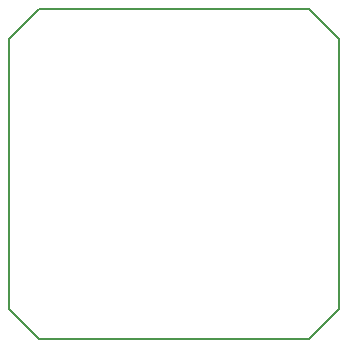
<source format=gbr>
G04 #@! TF.GenerationSoftware,KiCad,Pcbnew,(5.0.0)*
G04 #@! TF.CreationDate,2020-06-03T16:47:07-06:00*
G04 #@! TF.ProjectId,JlinkMini2TC2050,4A6C696E6B4D696E6932544332303530,rev?*
G04 #@! TF.SameCoordinates,Original*
G04 #@! TF.FileFunction,Profile,NP*
%FSLAX46Y46*%
G04 Gerber Fmt 4.6, Leading zero omitted, Abs format (unit mm)*
G04 Created by KiCad (PCBNEW (5.0.0)) date 06/03/20 16:47:07*
%MOMM*%
%LPD*%
G01*
G04 APERTURE LIST*
%ADD10C,0.150000*%
G04 APERTURE END LIST*
D10*
X27940000Y-25400000D02*
X25400000Y-27940000D01*
X50800000Y-25400000D02*
X27940000Y-25400000D01*
X53340000Y-27940000D02*
X50800000Y-25400000D01*
X53340000Y-50800000D02*
X53340000Y-27940000D01*
X50800000Y-53340000D02*
X53340000Y-50800000D01*
X27940000Y-53340000D02*
X50800000Y-53340000D01*
X25400000Y-50800000D02*
X27940000Y-53340000D01*
X25400000Y-27940000D02*
X25400000Y-50800000D01*
M02*

</source>
